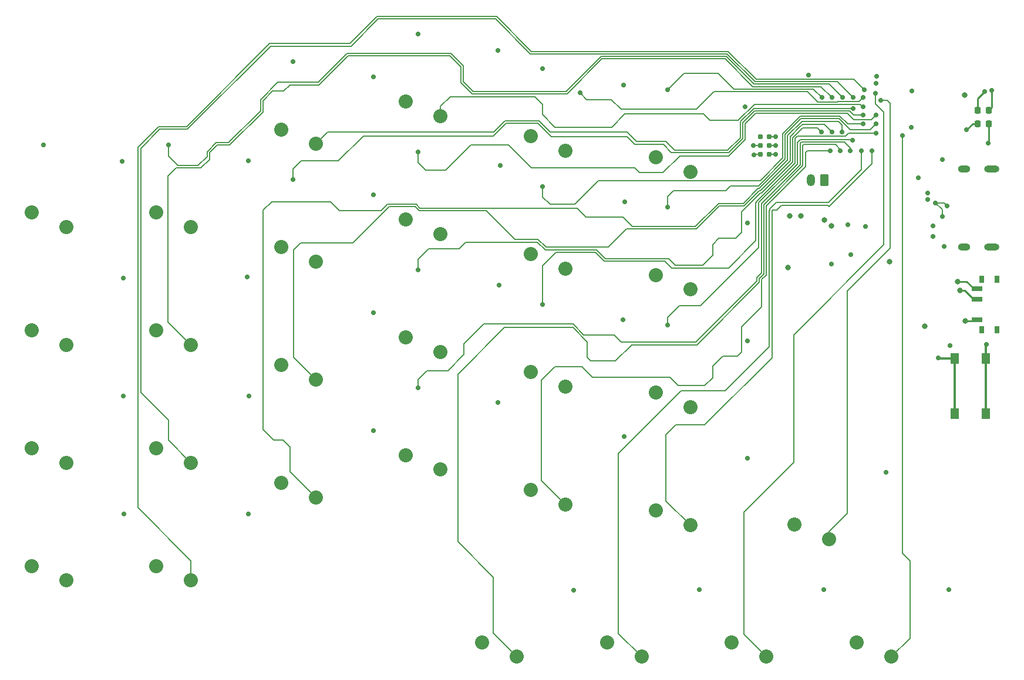
<source format=gtl>
G04 #@! TF.GenerationSoftware,KiCad,Pcbnew,7.0.9*
G04 #@! TF.CreationDate,2024-01-11T22:18:43+01:00*
G04 #@! TF.ProjectId,keyboard,6b657962-6f61-4726-942e-6b696361645f,v1.0.0*
G04 #@! TF.SameCoordinates,Original*
G04 #@! TF.FileFunction,Copper,L1,Top*
G04 #@! TF.FilePolarity,Positive*
%FSLAX46Y46*%
G04 Gerber Fmt 4.6, Leading zero omitted, Abs format (unit mm)*
G04 Created by KiCad (PCBNEW 7.0.9) date 2024-01-11 22:18:43*
%MOMM*%
%LPD*%
G01*
G04 APERTURE LIST*
G04 Aperture macros list*
%AMRoundRect*
0 Rectangle with rounded corners*
0 $1 Rounding radius*
0 $2 $3 $4 $5 $6 $7 $8 $9 X,Y pos of 4 corners*
0 Add a 4 corners polygon primitive as box body*
4,1,4,$2,$3,$4,$5,$6,$7,$8,$9,$2,$3,0*
0 Add four circle primitives for the rounded corners*
1,1,$1+$1,$2,$3*
1,1,$1+$1,$4,$5*
1,1,$1+$1,$6,$7*
1,1,$1+$1,$8,$9*
0 Add four rect primitives between the rounded corners*
20,1,$1+$1,$2,$3,$4,$5,0*
20,1,$1+$1,$4,$5,$6,$7,0*
20,1,$1+$1,$6,$7,$8,$9,0*
20,1,$1+$1,$8,$9,$2,$3,0*%
G04 Aperture macros list end*
G04 #@! TA.AperFunction,ComponentPad*
%ADD10O,1.800000X1.000000*%
G04 #@! TD*
G04 #@! TA.AperFunction,ComponentPad*
%ADD11O,2.200000X1.000000*%
G04 #@! TD*
G04 #@! TA.AperFunction,ComponentPad*
%ADD12C,2.032000*%
G04 #@! TD*
G04 #@! TA.AperFunction,SMDPad,CuDef*
%ADD13R,0.800000X1.000000*%
G04 #@! TD*
G04 #@! TA.AperFunction,SMDPad,CuDef*
%ADD14R,1.500000X0.700000*%
G04 #@! TD*
G04 #@! TA.AperFunction,ConnectorPad*
%ADD15C,0.787400*%
G04 #@! TD*
G04 #@! TA.AperFunction,SMDPad,CuDef*
%ADD16R,1.300000X1.550000*%
G04 #@! TD*
G04 #@! TA.AperFunction,SMDPad,CuDef*
%ADD17RoundRect,0.218750X-0.218750X-0.256250X0.218750X-0.256250X0.218750X0.256250X-0.218750X0.256250X0*%
G04 #@! TD*
G04 #@! TA.AperFunction,ComponentPad*
%ADD18RoundRect,0.250000X0.350000X0.625000X-0.350000X0.625000X-0.350000X-0.625000X0.350000X-0.625000X0*%
G04 #@! TD*
G04 #@! TA.AperFunction,ComponentPad*
%ADD19O,1.200000X1.750000*%
G04 #@! TD*
G04 #@! TA.AperFunction,ViaPad*
%ADD20C,0.700000*%
G04 #@! TD*
G04 #@! TA.AperFunction,ViaPad*
%ADD21C,0.800000*%
G04 #@! TD*
G04 #@! TA.AperFunction,Conductor*
%ADD22C,0.200000*%
G04 #@! TD*
G04 #@! TA.AperFunction,Conductor*
%ADD23C,0.250000*%
G04 #@! TD*
G04 #@! TA.AperFunction,Conductor*
%ADD24C,0.400000*%
G04 #@! TD*
G04 #@! TA.AperFunction,Conductor*
%ADD25C,0.150000*%
G04 #@! TD*
G04 #@! TA.AperFunction,Conductor*
%ADD26C,0.300000*%
G04 #@! TD*
G04 #@! TA.AperFunction,Conductor*
%ADD27C,0.209600*%
G04 #@! TD*
G04 APERTURE END LIST*
D10*
X273585000Y-96375000D03*
D11*
X277610000Y-96380000D03*
X277610000Y-107620000D03*
D10*
X273585000Y-107625000D03*
D12*
X234120000Y-147740000D03*
X229120000Y-145640000D03*
X180120000Y-109740000D03*
X175120000Y-107640000D03*
D13*
X276120000Y-119550000D03*
X278330000Y-119550000D03*
X276120000Y-112250000D03*
X278330000Y-112250000D03*
D14*
X275470000Y-118150000D03*
X275470000Y-115150000D03*
X275470000Y-113650000D03*
D12*
X162120000Y-104740000D03*
X157120000Y-102640000D03*
X263120000Y-166740000D03*
X258120000Y-164640000D03*
X144120000Y-121740000D03*
X139120000Y-119640000D03*
X144120000Y-138740000D03*
X139120000Y-136640000D03*
X198120000Y-122740000D03*
X193120000Y-120640000D03*
D15*
X245485000Y-94270000D03*
X244215000Y-94270000D03*
X245485000Y-93000000D03*
X244215000Y-93000000D03*
X245485000Y-91730000D03*
X244215000Y-91730000D03*
D12*
X198120000Y-139740000D03*
X193120000Y-137640000D03*
X162120000Y-121740000D03*
X157120000Y-119640000D03*
D16*
X272250000Y-131650000D03*
X272250000Y-123700000D03*
X276750000Y-131650000D03*
X276750000Y-123700000D03*
D12*
X216120000Y-144740000D03*
X211120000Y-142640000D03*
X209120000Y-166740000D03*
X204120000Y-164640000D03*
X216120000Y-127740000D03*
X211120000Y-125640000D03*
X227120000Y-166740000D03*
X222120000Y-164640000D03*
D17*
X275562500Y-89800000D03*
X277137500Y-89800000D03*
D12*
X245120000Y-166740000D03*
X240120000Y-164640000D03*
X216120000Y-93740000D03*
X211120000Y-91640000D03*
X216120000Y-110740000D03*
X211120000Y-108640000D03*
X198120000Y-105740000D03*
X193120000Y-103640000D03*
X254120000Y-149740000D03*
X249120000Y-147640000D03*
X162120000Y-138740000D03*
X157120000Y-136640000D03*
D18*
X253500000Y-98000000D03*
D19*
X251500000Y-98000000D03*
D12*
X198120000Y-88740000D03*
X193120000Y-86640000D03*
X234120000Y-130740000D03*
X229120000Y-128640000D03*
X234120000Y-96740000D03*
X229120000Y-94640000D03*
X234120000Y-113740000D03*
X229120000Y-111640000D03*
X180120000Y-92740000D03*
X175120000Y-90640000D03*
X180120000Y-126740000D03*
X175120000Y-124640000D03*
X162120000Y-155740000D03*
X157120000Y-153640000D03*
D17*
X275562500Y-87900000D03*
X277137500Y-87900000D03*
D12*
X180120000Y-143740000D03*
X175120000Y-141640000D03*
X144120000Y-155740000D03*
X139120000Y-153640000D03*
X144120000Y-104740000D03*
X139120000Y-102640000D03*
D20*
X270750000Y-107550000D03*
X270500000Y-95000000D03*
X269087500Y-106075000D03*
X254463496Y-110036504D03*
X268350201Y-99825862D03*
X259400000Y-104680000D03*
X170440000Y-146130000D03*
X206380000Y-79250000D03*
X271390000Y-157090000D03*
X242410000Y-138090000D03*
X257250000Y-108750000D03*
X188410000Y-100090000D03*
X188430000Y-83060000D03*
D21*
X250100000Y-103100000D03*
D20*
X224500000Y-84250000D03*
D21*
X248250000Y-110590000D03*
D20*
X246430000Y-91730000D03*
X265970000Y-90310002D03*
X152440000Y-146170000D03*
X242400000Y-121160000D03*
X206370000Y-130080000D03*
X152180000Y-95290000D03*
X260880000Y-84030000D03*
X224400000Y-118140000D03*
D21*
X248500000Y-103100000D03*
D20*
X188440000Y-117060000D03*
X268349842Y-100788006D03*
X276800000Y-121700000D03*
X266050000Y-85070000D03*
X273950000Y-90700000D03*
X224640000Y-101060000D03*
X242045995Y-87365995D03*
X152400000Y-129080000D03*
X242390000Y-104130000D03*
X206550000Y-113090000D03*
D21*
X262862500Y-109725000D03*
D20*
X260990000Y-82970000D03*
X235410000Y-157040000D03*
X251139886Y-82768839D03*
X217340000Y-157180000D03*
D21*
X253500000Y-103700000D03*
D20*
X206700000Y-95830000D03*
X170380000Y-95150000D03*
X262390000Y-140110000D03*
X170250000Y-111950000D03*
X152410000Y-112110000D03*
X188410000Y-134110000D03*
X253410000Y-157070000D03*
D21*
X272690000Y-112565000D03*
X267900000Y-119000000D03*
D20*
X224630000Y-134990000D03*
X170470000Y-129120000D03*
X271540000Y-121820000D03*
X256870000Y-104360000D03*
X277620000Y-85020000D03*
X267030000Y-97610000D03*
X269087500Y-104575000D03*
X271154779Y-101715900D03*
X270450000Y-103175000D03*
X269487482Y-101256956D03*
X246399994Y-94270000D03*
X243280000Y-94300000D03*
X246410000Y-93000000D03*
X269900000Y-123600000D03*
X243200000Y-93000000D03*
X276560000Y-85200000D03*
X277040000Y-92600000D03*
D21*
X273005423Y-113894577D03*
X254500000Y-104600000D03*
X273705423Y-85705423D03*
X273800000Y-118300000D03*
D20*
X260820000Y-85450000D03*
X261590000Y-86450000D03*
X264710000Y-91530000D03*
X259210000Y-84950000D03*
X218200000Y-85360000D03*
X259050000Y-86040000D03*
X212845000Y-81890000D03*
X259070000Y-89859500D03*
X212845000Y-98890000D03*
X260330000Y-93740000D03*
X259050000Y-87400000D03*
X194845000Y-76890000D03*
X176845000Y-80890000D03*
X257570000Y-87599500D03*
X212845000Y-115890000D03*
X260890000Y-91210000D03*
X258770000Y-93750000D03*
X257570000Y-86000000D03*
X260870000Y-88590000D03*
X194845000Y-93890000D03*
X230845000Y-118890000D03*
X257539998Y-92210000D03*
X257220000Y-93760000D03*
X194845000Y-127890000D03*
X254530000Y-86060000D03*
X259080002Y-88579996D03*
X176845000Y-97890000D03*
X256040000Y-90990000D03*
X255730000Y-93750000D03*
X253090000Y-86060000D03*
X230845000Y-84890000D03*
X254570000Y-91040000D03*
X254290000Y-93750000D03*
X158845000Y-92890000D03*
X256050000Y-86040000D03*
X253050000Y-91000000D03*
X194845000Y-110890000D03*
X140845000Y-92890000D03*
X260890000Y-89870000D03*
X230845000Y-101890000D03*
D22*
X173900000Y-85100000D02*
X175494974Y-85100000D01*
X172500000Y-86500000D02*
X173900000Y-85100000D01*
X164800000Y-94000000D02*
X165900000Y-92900000D01*
X175494974Y-85100000D02*
X176384974Y-84210000D01*
X162120000Y-121740000D02*
X158840000Y-118460000D01*
X184790000Y-79990000D02*
X199440000Y-79990000D01*
X172500000Y-88100000D02*
X172500000Y-86500000D01*
X164800000Y-95000000D02*
X164800000Y-94000000D01*
X167700000Y-92900000D02*
X172500000Y-88100000D01*
X163580000Y-96220000D02*
X164800000Y-95000000D01*
X165900000Y-92900000D02*
X167700000Y-92900000D01*
X159990000Y-96220000D02*
X163580000Y-96220000D01*
X158840000Y-97370000D02*
X159990000Y-96220000D01*
X158840000Y-118460000D02*
X158840000Y-97370000D01*
X176384974Y-84210000D02*
X180570000Y-84210000D01*
X199440000Y-79990000D02*
X201030000Y-81580000D01*
X180570000Y-84210000D02*
X184790000Y-79990000D01*
X201030000Y-81580000D02*
X201030000Y-83864974D01*
X201030000Y-83864974D02*
X202665026Y-85500000D01*
X202665026Y-85500000D02*
X216340000Y-85500000D01*
X216340000Y-85500000D02*
X221410000Y-80430000D01*
X221410000Y-80430000D02*
X239135078Y-80430000D01*
X239135078Y-80430000D02*
X243165078Y-84460000D01*
X243165078Y-84460000D02*
X252930000Y-84460000D01*
X252930000Y-84460000D02*
X254530000Y-86060000D01*
X184645026Y-79640000D02*
X199584974Y-79640000D01*
X201380000Y-83720000D02*
X202810000Y-85150000D01*
X180435026Y-83850000D02*
X184645026Y-79640000D01*
X158845000Y-92890000D02*
X158845000Y-94515000D01*
X174650000Y-83850000D02*
X180435026Y-83850000D01*
X172150000Y-86350000D02*
X174650000Y-83850000D01*
X167550000Y-92550000D02*
X172150000Y-87950000D01*
X254120000Y-84110000D02*
X256050000Y-86040000D01*
X165755026Y-92550000D02*
X167550000Y-92550000D01*
X172150000Y-87950000D02*
X172150000Y-86350000D01*
X164450000Y-93855026D02*
X165755026Y-92550000D01*
X201380000Y-81435026D02*
X201380000Y-83720000D01*
X243310052Y-84110000D02*
X254120000Y-84110000D01*
X164450000Y-94550000D02*
X164450000Y-93855026D01*
X239280052Y-80080000D02*
X243310052Y-84110000D01*
X163130000Y-95870000D02*
X164450000Y-94550000D01*
X221250000Y-80080000D02*
X239280052Y-80080000D01*
X160200000Y-95870000D02*
X163130000Y-95870000D01*
X216180000Y-85150000D02*
X221250000Y-80080000D01*
X158845000Y-94515000D02*
X160200000Y-95870000D01*
X199584974Y-79640000D02*
X201380000Y-81435026D01*
X202810000Y-85150000D02*
X216180000Y-85150000D01*
X264710000Y-91530000D02*
X264700000Y-91540000D01*
X264700000Y-91540000D02*
X264700000Y-151800000D01*
X264700000Y-151800000D02*
X265800000Y-152900000D01*
X265800000Y-152900000D02*
X265800000Y-164060000D01*
X265800000Y-164060000D02*
X263120000Y-166740000D01*
D23*
X275070000Y-113650000D02*
X273985000Y-112565000D01*
D24*
X268275000Y-100862848D02*
X268349842Y-100788006D01*
D25*
X245485000Y-91730000D02*
X246430000Y-91730000D01*
D23*
X274850000Y-89800000D02*
X273950000Y-90700000D01*
X273985000Y-112565000D02*
X272690000Y-112565000D01*
X275562500Y-89800000D02*
X274850000Y-89800000D01*
X275470000Y-113650000D02*
X275070000Y-113650000D01*
D26*
X276750000Y-131650000D02*
X276750000Y-123700000D01*
X276750000Y-123700000D02*
X276750000Y-121750000D01*
X276750000Y-121750000D02*
X276800000Y-121700000D01*
D23*
X277137500Y-87900000D02*
X277620000Y-87417500D01*
X277620000Y-87417500D02*
X277620000Y-85020000D01*
D27*
X270450000Y-102219474D02*
X269487482Y-101256956D01*
D22*
X270695835Y-101256956D02*
X269487482Y-101256956D01*
X271154779Y-101715900D02*
X270695835Y-101256956D01*
D27*
X270450000Y-103175000D02*
X270450000Y-102219474D01*
D25*
X245485000Y-94270000D02*
X246399994Y-94270000D01*
X244215000Y-94270000D02*
X243310000Y-94270000D01*
X243310000Y-94270000D02*
X243280000Y-94300000D01*
D26*
X270000000Y-123700000D02*
X272250000Y-123700000D01*
X272250000Y-131650000D02*
X272250000Y-123700000D01*
X269900000Y-123600000D02*
X270000000Y-123700000D01*
D25*
X245485000Y-93000000D02*
X246410000Y-93000000D01*
X244215000Y-93000000D02*
X243200000Y-93000000D01*
D23*
X275562500Y-87900000D02*
X275562500Y-86197500D01*
X275562500Y-86197500D02*
X276560000Y-85200000D01*
X277040000Y-92600000D02*
X277137500Y-92502500D01*
X277137500Y-92502500D02*
X277137500Y-89800000D01*
X274930000Y-115150000D02*
X273674577Y-113894577D01*
X273674577Y-113894577D02*
X273005423Y-113894577D01*
X275470000Y-115150000D02*
X274930000Y-115150000D01*
X275320000Y-118300000D02*
X275470000Y-118150000D01*
X273800000Y-118300000D02*
X275320000Y-118300000D01*
D22*
X260820000Y-86950000D02*
X262010000Y-88140000D01*
X262010000Y-107280000D02*
X249020000Y-120270000D01*
X241830000Y-163450000D02*
X245120000Y-166740000D01*
X241830000Y-145860000D02*
X241830000Y-163450000D01*
X249020000Y-120270000D02*
X249020000Y-138670000D01*
X262010000Y-88140000D02*
X262010000Y-107280000D01*
X260820000Y-85450000D02*
X260820000Y-86950000D01*
X249020000Y-138670000D02*
X241830000Y-145860000D01*
X262960000Y-107770000D02*
X256750000Y-113980000D01*
X262960000Y-86870000D02*
X262960000Y-107770000D01*
X261590000Y-86450000D02*
X262540000Y-86450000D01*
X256750000Y-113980000D02*
X256750000Y-146010000D01*
X256750000Y-146010000D02*
X254120000Y-148640000D01*
X262540000Y-86450000D02*
X262960000Y-86870000D01*
X254120000Y-148640000D02*
X254120000Y-149740000D01*
X243600000Y-83410000D02*
X239570000Y-79380000D01*
X157430000Y-90280000D02*
X154490000Y-93220000D01*
X154490000Y-145242781D02*
X162120000Y-152872781D01*
X162120000Y-152872781D02*
X162120000Y-155740000D01*
X188950000Y-74350000D02*
X185030000Y-78270000D01*
X206180000Y-74350000D02*
X188950000Y-74350000D01*
X161480000Y-90280000D02*
X157430000Y-90280000D01*
X185030000Y-78270000D02*
X173490000Y-78270000D01*
X173490000Y-78270000D02*
X161480000Y-90280000D01*
X239570000Y-79380000D02*
X211210000Y-79380000D01*
X257670000Y-83410000D02*
X243600000Y-83410000D01*
X211210000Y-79380000D02*
X206180000Y-74350000D01*
X259210000Y-84950000D02*
X257670000Y-83410000D01*
X154490000Y-93220000D02*
X154490000Y-145242781D01*
X218200000Y-85360000D02*
X219180000Y-86340000D01*
X251040000Y-85160000D02*
X252540000Y-86660000D01*
X224130000Y-87730000D02*
X234990000Y-87730000D01*
X255343086Y-86660000D02*
X255353087Y-86650000D01*
X258440000Y-86650000D02*
X259050000Y-86040000D01*
X222740000Y-86340000D02*
X224130000Y-87730000D01*
X252540000Y-86660000D02*
X255343086Y-86660000D01*
X237560000Y-85160000D02*
X251040000Y-85160000D01*
X255353087Y-86650000D02*
X258440000Y-86650000D01*
X219180000Y-86340000D02*
X222740000Y-86340000D01*
X234990000Y-87730000D02*
X237560000Y-85160000D01*
X247460000Y-94770156D02*
X244224156Y-98006000D01*
X220894000Y-98006000D02*
X217440000Y-101460000D01*
X212845000Y-100390000D02*
X212845000Y-98890000D01*
X259070000Y-89859500D02*
X256859448Y-89859500D01*
X217440000Y-101460000D02*
X213915000Y-101460000D01*
X256859448Y-89859500D02*
X255699948Y-88700000D01*
X255699948Y-88700000D02*
X250010156Y-88700000D01*
X247460000Y-91250156D02*
X247460000Y-94770156D01*
X213915000Y-101460000D02*
X212845000Y-100390000D01*
X244224156Y-98006000D02*
X220894000Y-98006000D01*
X250010156Y-88700000D02*
X247460000Y-91250156D01*
X253940000Y-101590000D02*
X247300000Y-101590000D01*
X245910000Y-123600000D02*
X236210000Y-133300000D01*
X260330000Y-93740000D02*
X260330000Y-95560000D01*
X260330000Y-95560000D02*
X254120000Y-101770000D01*
X254120000Y-101770000D02*
X253940000Y-101590000D01*
X246640000Y-102250000D02*
X245910000Y-102250000D01*
X230630000Y-134710000D02*
X230630000Y-144250000D01*
X236210000Y-133300000D02*
X232040000Y-133300000D01*
X247300000Y-101590000D02*
X246640000Y-102250000D01*
X232040000Y-133300000D02*
X230630000Y-134710000D01*
X245910000Y-102250000D02*
X245910000Y-123600000D01*
X230630000Y-144250000D02*
X234120000Y-147740000D01*
X243365078Y-87010000D02*
X241025078Y-89350000D01*
X224660000Y-88420000D02*
X222780000Y-90300000D01*
X222780000Y-90300000D02*
X214640000Y-90300000D01*
X259050000Y-87400000D02*
X258650000Y-87000000D01*
X212800000Y-87030000D02*
X211730000Y-85960000D01*
X212800000Y-88460000D02*
X212800000Y-87030000D01*
X198120000Y-87303160D02*
X198120000Y-88740000D01*
X255488060Y-87010000D02*
X243365078Y-87010000D01*
X211730000Y-85960000D02*
X200780000Y-85960000D01*
X236030000Y-88420000D02*
X224660000Y-88420000D01*
X236960000Y-89350000D02*
X236030000Y-88420000D01*
X199493160Y-85930000D02*
X198120000Y-87303160D01*
X241025078Y-89350000D02*
X236960000Y-89350000D01*
X200780000Y-85960000D02*
X200750000Y-85930000D01*
X258650000Y-87000000D02*
X255498061Y-87000000D01*
X214640000Y-90300000D02*
X212800000Y-88460000D01*
X255498061Y-87000000D02*
X255488060Y-87010000D01*
X200750000Y-85930000D02*
X199493160Y-85930000D01*
X257570000Y-87599500D02*
X243270552Y-87599500D01*
X225020000Y-91030000D02*
X213904974Y-91030000D01*
X241340000Y-91820000D02*
X239530000Y-93630000D01*
X205795026Y-91030000D02*
X181830000Y-91030000D01*
X207425026Y-89400000D02*
X205795026Y-91030000D01*
X230600000Y-92340000D02*
X226330000Y-92340000D01*
X241340000Y-89530052D02*
X241340000Y-91820000D01*
X226330000Y-92340000D02*
X225020000Y-91030000D01*
X212274974Y-89400000D02*
X207425026Y-89400000D01*
X243270552Y-87599500D02*
X241340000Y-89530052D01*
X213904974Y-91030000D02*
X212274974Y-89400000D01*
X181830000Y-91030000D02*
X180120000Y-92740000D01*
X231890000Y-93630000D02*
X230600000Y-92340000D01*
X239530000Y-93630000D02*
X231890000Y-93630000D01*
X256060051Y-91640000D02*
X249545026Y-91640000D01*
X221700000Y-109670000D02*
X220430000Y-108400000D01*
X230460000Y-109670000D02*
X221700000Y-109670000D01*
X260890000Y-91210000D02*
X256890000Y-91210000D01*
X220430000Y-108400000D02*
X214790000Y-108400000D01*
X212845000Y-110345000D02*
X212845000Y-115890000D01*
X256080052Y-91620000D02*
X256060051Y-91640000D01*
X256480000Y-91620000D02*
X256080052Y-91620000D01*
X249210000Y-95495027D02*
X243640000Y-101065026D01*
X249210000Y-91975026D02*
X249210000Y-95495027D01*
X243590000Y-106650000D02*
X239620000Y-110620000D01*
X239620000Y-110620000D02*
X231410000Y-110620000D01*
X243640000Y-101165026D02*
X243590000Y-101215026D01*
X214790000Y-108400000D02*
X212845000Y-110345000D01*
X231410000Y-110620000D02*
X230460000Y-109670000D01*
X243640000Y-101065026D02*
X243640000Y-101165026D01*
X256890000Y-91210000D02*
X256480000Y-91620000D01*
X249545026Y-91640000D02*
X249210000Y-91975026D01*
X243590000Y-101215026D02*
X243590000Y-106650000D01*
X245560000Y-102105025D02*
X245560000Y-102245025D01*
X223770000Y-137380000D02*
X223770000Y-163390000D01*
X239190000Y-128380000D02*
X232770000Y-128380000D01*
X232770000Y-128380000D02*
X223770000Y-137380000D01*
X245560000Y-102245025D02*
X245540000Y-102265025D01*
X245540000Y-102265025D02*
X245540000Y-122030000D01*
X246515025Y-101150000D02*
X245560000Y-102105025D01*
X223770000Y-163390000D02*
X227120000Y-166740000D01*
X258770000Y-93750000D02*
X258770000Y-96430000D01*
X245540000Y-122030000D02*
X239190000Y-128380000D01*
X254050000Y-101150000D02*
X246515025Y-101150000D01*
X258770000Y-96430000D02*
X254050000Y-101150000D01*
X154880000Y-128594267D02*
X154880000Y-93370000D01*
X239425026Y-79730000D02*
X243455026Y-83760000D01*
X206035026Y-74700000D02*
X211065026Y-79730000D01*
X158860000Y-135480000D02*
X158860000Y-132574267D01*
X158860000Y-132574267D02*
X154880000Y-128594267D01*
X173634974Y-78620000D02*
X185185026Y-78620000D01*
X162120000Y-138740000D02*
X158860000Y-135480000D01*
X154880000Y-93370000D02*
X157620000Y-90630000D01*
X157620000Y-90630000D02*
X161624974Y-90630000D01*
X211065026Y-79730000D02*
X239425026Y-79730000D01*
X255330000Y-83760000D02*
X257570000Y-86000000D01*
X185185026Y-78620000D02*
X189105026Y-74700000D01*
X189105026Y-74700000D02*
X206035026Y-74700000D01*
X161624974Y-90630000D02*
X173634974Y-78620000D01*
X243455026Y-83760000D02*
X255330000Y-83760000D01*
X260200000Y-89260000D02*
X257670000Y-89260000D01*
X194845000Y-95390000D02*
X194845000Y-93890000D01*
X257670000Y-89260000D02*
X256730000Y-88320000D01*
X207920000Y-92890000D02*
X202520000Y-92890000D01*
X239689948Y-94460000D02*
X232600000Y-94460000D01*
X198890000Y-96520000D02*
X195975000Y-96520000D01*
X256730000Y-88320000D02*
X243540000Y-88320000D01*
X195975000Y-96520000D02*
X194845000Y-95390000D01*
X243540000Y-88320000D02*
X242040000Y-89820000D01*
X242040000Y-92109948D02*
X239689948Y-94460000D01*
X230180000Y-96880000D02*
X226800000Y-96880000D01*
X211250000Y-96220000D02*
X207920000Y-92890000D01*
X232600000Y-94460000D02*
X230180000Y-96880000D01*
X242040000Y-89820000D02*
X242040000Y-92109948D01*
X202520000Y-92890000D02*
X198890000Y-96520000D01*
X226800000Y-96880000D02*
X226140000Y-96220000D01*
X260870000Y-88590000D02*
X260200000Y-89260000D01*
X226140000Y-96220000D02*
X211250000Y-96220000D01*
X249975026Y-92130000D02*
X249560000Y-92545026D01*
X235620000Y-116050000D02*
X232530000Y-116050000D01*
X257539998Y-92210000D02*
X257459998Y-92130000D01*
X249560000Y-92545026D02*
X249560000Y-95640000D01*
X243990000Y-107680000D02*
X235620000Y-116050000D01*
X230845000Y-117735000D02*
X230845000Y-118890000D01*
X257459998Y-92130000D02*
X249975026Y-92130000D01*
X232530000Y-116050000D02*
X230845000Y-117735000D01*
X249560000Y-95640000D02*
X243990000Y-101210000D01*
X243990000Y-101210000D02*
X243990000Y-107680000D01*
X201460000Y-123140000D02*
X199160000Y-125440000D01*
X234920000Y-121360000D02*
X224180000Y-121360000D01*
X243730000Y-112550000D02*
X234920000Y-121360000D01*
X199160000Y-125440000D02*
X196170000Y-125440000D01*
X243730000Y-112000052D02*
X243730000Y-112550000D01*
X201460000Y-121580000D02*
X201460000Y-123140000D01*
X244380000Y-101335026D02*
X244380000Y-111350052D01*
X204320000Y-118720000D02*
X201460000Y-121580000D01*
X256360000Y-92480000D02*
X250120000Y-92480000D01*
X249960000Y-95755026D02*
X244380000Y-101335026D01*
X218770000Y-120290000D02*
X217200000Y-118720000D01*
X223110000Y-120290000D02*
X218770000Y-120290000D01*
X224180000Y-121360000D02*
X223110000Y-120290000D01*
X257220000Y-93340000D02*
X256360000Y-92480000D01*
X250120000Y-92480000D02*
X249960000Y-92640000D01*
X257220000Y-93760000D02*
X257220000Y-93340000D01*
X244380000Y-111350052D02*
X243730000Y-112000052D01*
X249960000Y-92640000D02*
X249960000Y-95755026D01*
X217200000Y-118720000D02*
X204320000Y-118720000D01*
X196170000Y-125440000D02*
X194845000Y-126765000D01*
X194845000Y-126765000D02*
X194845000Y-127890000D01*
X257091971Y-87970000D02*
X243395026Y-87970000D01*
X241690000Y-89675026D02*
X241690000Y-91964974D01*
X259080002Y-88579996D02*
X257701967Y-88579996D01*
X224980000Y-91710000D02*
X214090000Y-91710000D01*
X257701967Y-88579996D02*
X257091971Y-87970000D01*
X230220000Y-92820000D02*
X226090000Y-92820000D01*
X205730000Y-91590000D02*
X186960000Y-91590000D01*
X183360000Y-95190000D02*
X178045000Y-95190000D01*
X176845000Y-96390000D02*
X176845000Y-97890000D01*
X231400000Y-94000000D02*
X230220000Y-92820000D01*
X207570000Y-89750000D02*
X205730000Y-91590000D01*
X214090000Y-91710000D02*
X212130000Y-89750000D01*
X243395026Y-87970000D02*
X241690000Y-89675026D01*
X239654974Y-94000000D02*
X231400000Y-94000000D01*
X186960000Y-91590000D02*
X183360000Y-95190000D01*
X178045000Y-95190000D02*
X176845000Y-96390000D01*
X226090000Y-92820000D02*
X224980000Y-91710000D01*
X241690000Y-91964974D02*
X239654974Y-94000000D01*
X212130000Y-89750000D02*
X207570000Y-89750000D01*
X224400000Y-103260000D02*
X219124975Y-103260000D01*
X238180000Y-101310000D02*
X234820000Y-104670000D01*
X174041466Y-135450000D02*
X175430000Y-135450000D01*
X176430000Y-136450000D02*
X176430000Y-140050000D01*
X175430000Y-135450000D02*
X176430000Y-136450000D01*
X255470000Y-89460000D02*
X250240104Y-89460000D01*
X243914974Y-99140000D02*
X241744974Y-101310000D01*
X248160000Y-91540104D02*
X248160000Y-95060104D01*
X176430000Y-140050000D02*
X180120000Y-143740000D01*
X182280000Y-101090000D02*
X173760000Y-101090000D01*
X219124975Y-103260000D02*
X217854975Y-101990000D01*
X256040000Y-90990000D02*
X256040000Y-90030000D01*
X234820000Y-104670000D02*
X225810000Y-104670000D01*
X183560000Y-102370000D02*
X182280000Y-101090000D01*
X250240104Y-89460000D02*
X248160000Y-91540104D01*
X225810000Y-104670000D02*
X224400000Y-103260000D01*
X195124974Y-101990000D02*
X194574974Y-101440000D01*
X190440000Y-101440000D02*
X189510000Y-102370000D01*
X256040000Y-90030000D02*
X255470000Y-89460000D01*
X248160000Y-95060104D02*
X244080104Y-99140000D01*
X194574974Y-101440000D02*
X190440000Y-101440000D01*
X172540000Y-133948534D02*
X174041466Y-135450000D01*
X217854975Y-101990000D02*
X195124974Y-101990000D01*
X189510000Y-102370000D02*
X183560000Y-102370000D01*
X173760000Y-101090000D02*
X172540000Y-102310000D01*
X244080104Y-99140000D02*
X243914974Y-99140000D01*
X172540000Y-102310000D02*
X172540000Y-133948534D01*
X241744974Y-101310000D02*
X238180000Y-101310000D01*
X250350000Y-92980000D02*
X250350000Y-95860000D01*
X244080000Y-112145026D02*
X244080000Y-112694974D01*
X255730000Y-93750000D02*
X255730000Y-93520000D01*
X250500000Y-92830000D02*
X250350000Y-92980000D01*
X205730000Y-155280000D02*
X205730000Y-163350000D01*
X217225026Y-119240000D02*
X207330000Y-119240000D01*
X219290000Y-123530000D02*
X219290000Y-121304974D01*
X255040000Y-92830000D02*
X250500000Y-92830000D01*
X250350000Y-95860000D02*
X244730000Y-101480000D01*
X200590000Y-150140000D02*
X205730000Y-155280000D01*
X219290000Y-121304974D02*
X217225026Y-119240000D01*
X244730000Y-101480000D02*
X244730000Y-111495026D01*
X255730000Y-93520000D02*
X255040000Y-92830000D01*
X235064974Y-121710000D02*
X225660000Y-121710000D01*
X219770000Y-124010000D02*
X219290000Y-123530000D01*
X207330000Y-119240000D02*
X200590000Y-125980000D01*
X244080000Y-112694974D02*
X235064974Y-121710000D01*
X223360000Y-124010000D02*
X219770000Y-124010000D01*
X200590000Y-125980000D02*
X200590000Y-150140000D01*
X205730000Y-163350000D02*
X209120000Y-166740000D01*
X225660000Y-121710000D02*
X223360000Y-124010000D01*
X244730000Y-111495026D02*
X244080000Y-112145026D01*
X240440000Y-84810000D02*
X251840000Y-84810000D01*
X251840000Y-84810000D02*
X253090000Y-86060000D01*
X238160000Y-82530000D02*
X240440000Y-84810000D01*
X230845000Y-84890000D02*
X233205000Y-82530000D01*
X233205000Y-82530000D02*
X238160000Y-82530000D01*
X234964974Y-105020000D02*
X224900000Y-105020000D01*
X244059948Y-99490000D02*
X241889948Y-101660000D01*
X194430000Y-101790000D02*
X190740000Y-101790000D01*
X249910052Y-90290000D02*
X249905078Y-90290000D01*
X222280000Y-107640000D02*
X213314974Y-107640000D01*
X190740000Y-101790000D02*
X185500000Y-107030000D01*
X176940000Y-123560000D02*
X180120000Y-126740000D01*
X208830000Y-106480000D02*
X204724000Y-102374000D01*
X177910000Y-107030000D02*
X176940000Y-108000000D01*
X241889948Y-101660000D02*
X238324974Y-101660000D01*
X204724000Y-102374000D02*
X195014000Y-102374000D01*
X224900000Y-105020000D02*
X222280000Y-107640000D01*
X195014000Y-102374000D02*
X194430000Y-101790000D01*
X253430000Y-89900000D02*
X250300052Y-89900000D01*
X244225078Y-99490000D02*
X244059948Y-99490000D01*
X176940000Y-108000000D02*
X176940000Y-123560000D01*
X250300052Y-89900000D02*
X249910052Y-90290000D01*
X213314974Y-107640000D02*
X212154974Y-106480000D01*
X212154974Y-106480000D02*
X208830000Y-106480000D01*
X185500000Y-107030000D02*
X177910000Y-107030000D01*
X238324974Y-101660000D02*
X234964974Y-105020000D01*
X249905078Y-90290000D02*
X248510000Y-91685078D01*
X248510000Y-91685078D02*
X248510000Y-95205078D01*
X254570000Y-91040000D02*
X253430000Y-89900000D01*
X248510000Y-95205078D02*
X244225078Y-99490000D01*
X212690000Y-126820000D02*
X212690000Y-141310000D01*
X245080000Y-101670000D02*
X245080000Y-111640000D01*
X219990000Y-126430000D02*
X218460000Y-124900000D01*
X214610000Y-124900000D02*
X212690000Y-126820000D01*
X231200000Y-126430000D02*
X219990000Y-126430000D01*
X232380000Y-127610000D02*
X231200000Y-126430000D01*
X236220000Y-127610000D02*
X232380000Y-127610000D01*
X237360000Y-126470000D02*
X236220000Y-127610000D01*
X240970000Y-123360000D02*
X238835000Y-123360000D01*
X245080000Y-111640000D02*
X244430000Y-112290000D01*
X244430000Y-116250000D02*
X241560000Y-119120000D01*
X250740000Y-94000000D02*
X250740000Y-96010000D01*
X238835000Y-123360000D02*
X237360000Y-124835000D01*
X250740000Y-96010000D02*
X245080000Y-101670000D01*
X250990000Y-93750000D02*
X250740000Y-94000000D01*
X241560000Y-122770000D02*
X240970000Y-123360000D01*
X241560000Y-119120000D02*
X241560000Y-122770000D01*
X218460000Y-124900000D02*
X214610000Y-124900000D01*
X212690000Y-141310000D02*
X216120000Y-144740000D01*
X244430000Y-112290000D02*
X244430000Y-116250000D01*
X254290000Y-93750000D02*
X250990000Y-93750000D01*
X237360000Y-124835000D02*
X237360000Y-126470000D01*
X250055026Y-90640000D02*
X250050052Y-90640000D01*
X196365000Y-107870000D02*
X194845000Y-109390000D01*
X252460000Y-90410000D02*
X250285026Y-90410000D01*
X200790000Y-107870000D02*
X196365000Y-107870000D01*
X238250000Y-106380000D02*
X237400000Y-107230000D01*
X213230000Y-108050000D02*
X212090000Y-106910000D01*
X241520000Y-105510000D02*
X240650000Y-106380000D01*
X231970000Y-110260000D02*
X231030000Y-109320000D01*
X244220000Y-99840000D02*
X241520000Y-102540000D01*
X244370052Y-99840000D02*
X244220000Y-99840000D01*
X248860000Y-95350052D02*
X244370052Y-99840000D01*
X220574974Y-108050000D02*
X213230000Y-108050000D01*
X250285026Y-90410000D02*
X250055026Y-90640000D01*
X237400000Y-107230000D02*
X237400000Y-108820000D01*
X237400000Y-108820000D02*
X235960000Y-110260000D01*
X231030000Y-109320000D02*
X221844974Y-109320000D01*
X248860000Y-91830052D02*
X248860000Y-95350052D01*
X194845000Y-109390000D02*
X194845000Y-110890000D01*
X235960000Y-110260000D02*
X231970000Y-110260000D01*
X241520000Y-102540000D02*
X241520000Y-105510000D01*
X250050052Y-90640000D02*
X248860000Y-91830052D01*
X253050000Y-91000000D02*
X252460000Y-90410000D01*
X201750000Y-106910000D02*
X200790000Y-107870000D01*
X221844974Y-109320000D02*
X220574974Y-108050000D01*
X240650000Y-106380000D02*
X238250000Y-106380000D01*
X212090000Y-106910000D02*
X201750000Y-106910000D01*
X257171887Y-90666913D02*
X255614974Y-89110000D01*
X247810000Y-94915130D02*
X243935130Y-98790000D01*
X247810000Y-91395130D02*
X247810000Y-94915130D01*
X239949432Y-98790000D02*
X239259432Y-99480000D01*
X260093087Y-90666913D02*
X257171887Y-90666913D01*
X231710000Y-99480000D02*
X230845000Y-100345000D01*
X239259432Y-99480000D02*
X231710000Y-99480000D01*
X255614974Y-89110000D02*
X250095130Y-89110000D01*
X230845000Y-100345000D02*
X230845000Y-101890000D01*
X250095130Y-89110000D02*
X247810000Y-91395130D01*
X260890000Y-89870000D02*
X260093087Y-90666913D01*
X243935130Y-98790000D02*
X239949432Y-98790000D01*
M02*

</source>
